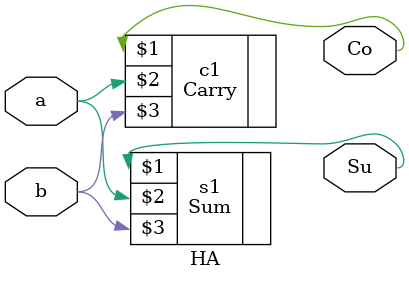
<source format=v>
module HA (Su, Co, a, b);

	input a, b;
	output Su, Co;

	Sum s1 (Su, a, b);
	Carry c1 (Co, a, b);

endmodule
</source>
